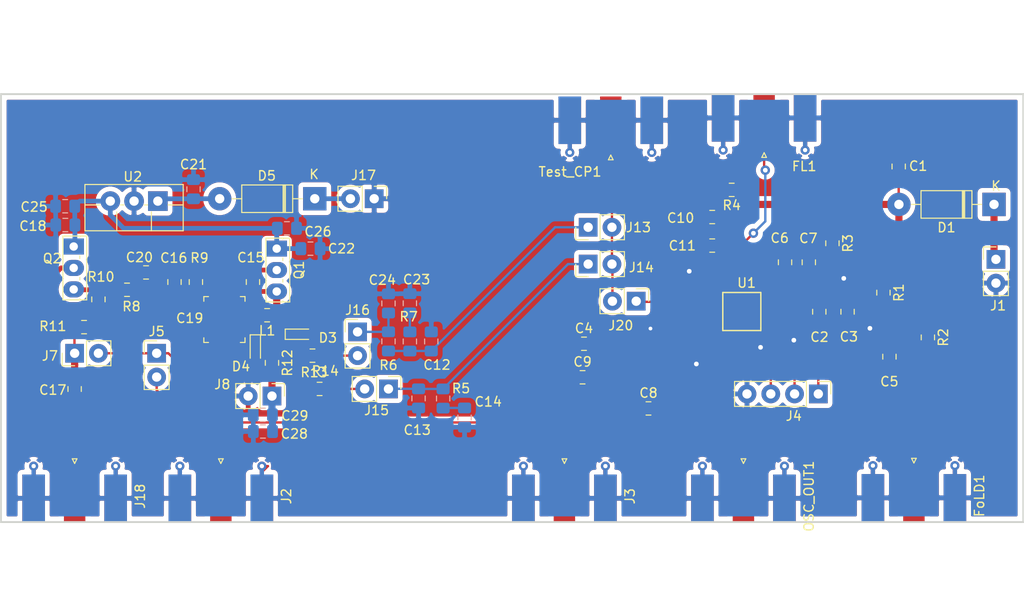
<source format=kicad_pcb>
(kicad_pcb (version 20171130) (host pcbnew "(5.1.5-0-10_14)")
  (layers (0 F.Cu signal) (31 B.Cu signal) (34 B.Paste user) (35 F.Paste user) (36 B.SilkS user) (37 F.SilkS user) (38 B.Mask user) (39 F.Mask user) (44 Edge.Cuts user))
  (net 0 "")
  (net 1 GND)
  (net 2 "Net-(C4-Pad1)")
  (net 3 "Net-(C8-Pad1)")
  (net 4 "Net-(C9-Pad2)")
  (net 5 PLL_Power)
  (net 6 "Net-(C12-Pad2)")
  (net 7 "Net-(C15-Pad1)")
  (net 8 "Net-(C15-Pad2)")
  (net 9 8V)
  (net 10 "Net-(C20-Pad2)")
  (net 11 "Net-(C21-Pad1)")
  (net 12 "Net-(D1-Pad1)")
  (net 13 "Net-(D3-Pad1)")
  (net 14 "Net-(D5-Pad1)")
  (net 15 "Net-(J2-Pad1)")
  (net 16 "Net-(J13-Pad2)")
  (net 17 V_uC)
  (net 18 Vp)
  (net 19 Vcc)
  (net 20 CE)
  (net 21 F_IN)
  (net 22 OSC_IN)
  (net 23 CPo)
  (net 24 LE)
  (net 25 Data)
  (net 26 FL)
  (net 27 FoLD)
  (net 28 OSC_OUT)
  (net 29 Clock)
  (net 30 "Net-(C13-Pad1)")
  (net 31 "Net-(C14-Pad1)")
  (net 32 "Net-(C17-Pad2)")
  (net 33 "Net-(C17-Pad1)")
  (net 34 "Net-(Q2-Pad3)")
  (net 35 "Net-(C23-Pad1)")
  (net 36 "Net-(C24-Pad1)")
  (net 37 "Net-(J15-Pad2)")
  (net 38 "Net-(J16-Pad2)")
  (net 39 "Net-(C28-Pad2)")
  (module Capacitor_SMD:C_0805_2012Metric_Pad1.15x1.40mm_HandSolder (layer B.Cu) (at 106.7308 112.2426)
    (fp_text reference C28 (at 3.3528 0.254) (layer F.SilkS))
    (fp_text value 100pF)
    (pad 2 smd roundrect (at 1.025 0) (size 1.15 1.4) (layers B.Cu B.Paste B.Mask) (roundrect_rratio 0.217391) (net 39 "Net-(C28-Pad2)"))
    (pad 1 smd roundrect (at -1.025 0) (size 1.15 1.4) (layers B.Cu B.Paste B.Mask) (roundrect_rratio 0.217391) (net 1 GND))
  )
  (module Capacitor_SMD:C_0805_2012Metric_Pad1.15x1.40mm_HandSolder (layer B.Cu) (at 106.7218 110.4646)
    (fp_text reference C29 (at 3.4126 0.1016) (layer F.SilkS))
    (fp_text value 100nF)
    (pad 1 smd roundrect (at -1.025 0) (size 1.15 1.4) (layers B.Cu B.Paste B.Mask) (roundrect_rratio 0.217391) (net 1 GND))
    (pad 2 smd roundrect (at 1.025 0) (size 1.15 1.4) (layers B.Cu B.Paste B.Mask) (roundrect_rratio 0.217391) (net 39 "Net-(C28-Pad2)"))
  )
  (module Capacitor_SMD:C_0805_2012Metric_Pad1.15x1.40mm_HandSolder (layer B.Cu) (at 109.2925 90.5383 180)
    (fp_text reference C26 (at -3.3184 -0.3556 180) (layer F.SilkS))
    (fp_text value 100pF)
    (pad 2 smd roundrect (at 1.025 0 180) (size 1.15 1.4) (layers B.Cu B.Paste B.Mask) (roundrect_rratio 0.217391) (net 9 8V))
    (pad 1 smd roundrect (at -1.025 0 180) (size 1.15 1.4) (layers B.Cu B.Paste B.Mask) (roundrect_rratio 0.217391) (net 1 GND))
  )
  (module Capacitor_SMD:C_0805_2012Metric_Pad1.15x1.40mm_HandSolder (layer B.Cu) (at 85.6017 88.1761)
    (fp_text reference C25 (at -3.3184 0.0762) (layer F.SilkS))
    (fp_text value 100pF)
    (pad 1 smd roundrect (at -1.025 0) (size 1.15 1.4) (layers B.Cu B.Paste B.Mask) (roundrect_rratio 0.217391) (net 1 GND))
    (pad 2 smd roundrect (at 1.025 0) (size 1.15 1.4) (layers B.Cu B.Paste B.Mask) (roundrect_rratio 0.217391) (net 9 8V))
  )
  (module Resistor_SMD:R_0805_2012Metric_Pad1.15x1.40mm_HandSolder (layer F.Cu) (at 112.023 104.14 180)
    (fp_text reference R14 (at -1.3626 -1.6383 180) (layer F.SilkS))
    (fp_text value 0)
    (pad 2 smd roundrect (at 1.025 0 180) (size 1.15 1.4) (layers F.Cu F.Paste F.Mask) (roundrect_rratio 0.217391) (net 13 "Net-(D3-Pad1)"))
    (pad 1 smd roundrect (at -1.025 0 180) (size 1.15 1.4) (layers F.Cu F.Paste F.Mask) (roundrect_rratio 0.217391) (net 38 "Net-(J16-Pad2)"))
  )
  (module Resistor_SMD:R_0805_2012Metric_Pad1.15x1.40mm_HandSolder (layer F.Cu) (at 112.785 107.696 180)
    (fp_text reference R13 (at 0.5879 1.7653) (layer F.SilkS))
    (fp_text value 0)
    (pad 1 smd roundrect (at -1.025 0 180) (size 1.15 1.4) (layers F.Cu F.Paste F.Mask) (roundrect_rratio 0.217391) (net 37 "Net-(J15-Pad2)"))
    (pad 2 smd roundrect (at 1.025 0 180) (size 1.15 1.4) (layers F.Cu F.Paste F.Mask) (roundrect_rratio 0.217391) (net 13 "Net-(D3-Pad1)"))
  )
  (module Resistor_SMD:R_0805_2012Metric_Pad1.15x1.40mm_HandSolder (layer F.Cu) (at 89.154 98.1292 270)
    (fp_text reference R10 (at -2.4093 -0.2667) (layer F.SilkS))
    (fp_text value 100k)
    (pad 1 smd roundrect (at -1.025 0 270) (size 1.15 1.4) (layers F.Cu F.Paste F.Mask) (roundrect_rratio 0.217391) (net 34 "Net-(Q2-Pad3)"))
    (pad 2 smd roundrect (at 1.025 0 270) (size 1.15 1.4) (layers F.Cu F.Paste F.Mask) (roundrect_rratio 0.217391) (net 1 GND))
  )
  (module Resistor_SMD:R_0805_2012Metric_Pad1.15x1.40mm_HandSolder (layer F.Cu) (at 107.696 104.911 270)
    (fp_text reference R12 (at 0 -1.65 270) (layer F.SilkS))
    (fp_text value 1k)
    (pad 1 smd roundrect (at -1.025 0 270) (size 1.15 1.4) (layers F.Cu F.Paste F.Mask) (roundrect_rratio 0.217391) (net 13 "Net-(D3-Pad1)"))
    (pad 2 smd roundrect (at 1.025 0 270) (size 1.15 1.4) (layers F.Cu F.Paste F.Mask) (roundrect_rratio 0.217391) (net 39 "Net-(C28-Pad2)"))
  )
  (module Capacitor_SMD:C_0805_2012Metric_Pad1.15x1.40mm_HandSolder (layer B.Cu) (at 120.142 98.561 90)
    (fp_text reference C24 (at 2.4982 -0.6604 180) (layer F.SilkS))
    (fp_text value 220nF)
    (pad 2 smd roundrect (at 1.025 0 90) (size 1.15 1.4) (layers B.Cu B.Paste B.Mask) (roundrect_rratio 0.217391) (net 1 GND))
    (pad 1 smd roundrect (at -1.025 0 90) (size 1.15 1.4) (layers B.Cu B.Paste B.Mask) (roundrect_rratio 0.217391) (net 36 "Net-(C24-Pad1)"))
  )
  (module Capacitor_SMD:C_0805_2012Metric_Pad1.15x1.40mm_HandSolder (layer B.Cu) (at 122.428 98.543 90)
    (fp_text reference C23 (at 2.531 0.7239 180) (layer F.SilkS))
    (fp_text value 80nF)
    (pad 1 smd roundrect (at -1.025 0 90) (size 1.15 1.4) (layers B.Cu B.Paste B.Mask) (roundrect_rratio 0.217391) (net 35 "Net-(C23-Pad1)"))
    (pad 2 smd roundrect (at 1.025 0 90) (size 1.15 1.4) (layers B.Cu B.Paste B.Mask) (roundrect_rratio 0.217391) (net 1 GND))
  )
  (module Capacitor_SMD:C_Trimmer_Murata_TZB4-B (layer F.Cu) (at 102.616 100.282 270)
    (fp_text reference C19 (at -0.1425 3.7084) (layer F.SilkS))
    (fp_text value "TZB4Z100BA10R00 ")
    (pad 1 smd rect (at -3 0 270) (size 2 1.6) (layers F.Cu F.Paste F.Mask) (net 8 "Net-(C15-Pad2)"))
    (pad 2 smd rect (at 3 0 270) (size 2 1.6) (layers F.Cu F.Paste F.Mask) (net 1 GND))
  )
  (module Resistor_SMD:R_0805_2012Metric_Pad1.15x1.40mm_HandSolder (layer B.Cu) (at 122.428 102.625 270)
    (fp_text reference R7 (at -2.6453 0.127 180) (layer F.SilkS))
    (fp_text value 62k)
    (pad 1 smd roundrect (at -1.025 0 270) (size 1.15 1.4) (layers B.Cu B.Paste B.Mask) (roundrect_rratio 0.217391) (net 35 "Net-(C23-Pad1)"))
    (pad 2 smd roundrect (at 1.025 0 270) (size 1.15 1.4) (layers B.Cu B.Paste B.Mask) (roundrect_rratio 0.217391) (net 6 "Net-(C12-Pad2)"))
  )
  (module Resistor_SMD:R_0805_2012Metric_Pad1.15x1.40mm_HandSolder (layer F.Cu) (at 92.211 97.1042)
    (fp_text reference R8 (at 0.4736 1.7907) (layer F.SilkS))
    (fp_text value "1 Ohm")
    (pad 2 smd roundrect (at 1.025 0) (size 1.15 1.4) (layers F.Cu F.Paste F.Mask) (roundrect_rratio 0.217391) (net 10 "Net-(C20-Pad2)"))
    (pad 1 smd roundrect (at -1.025 0) (size 1.15 1.4) (layers F.Cu F.Paste F.Mask) (roundrect_rratio 0.217391) (net 34 "Net-(Q2-Pad3)"))
  )
  (module Capacitor_SMD:C_0805_2012Metric_Pad1.15x1.40mm_HandSolder (layer F.Cu) (at 86.614 107.705 270)
    (fp_text reference C17 (at 0.1053 2.3368) (layer F.SilkS))
    (fp_text value 100nF)
    (pad 2 smd roundrect (at 1.025 0 270) (size 1.15 1.4) (layers F.Cu F.Paste F.Mask) (roundrect_rratio 0.217391) (net 32 "Net-(C17-Pad2)"))
    (pad 1 smd roundrect (at -1.025 0 270) (size 1.15 1.4) (layers F.Cu F.Paste F.Mask) (roundrect_rratio 0.217391) (net 33 "Net-(C17-Pad1)"))
  )
  (module Capacitor_SMD:C_0805_2012Metric_Pad1.15x1.40mm_HandSolder (layer B.Cu) (at 128.27 110.753 270)
    (fp_text reference C14 (at -1.6854 -2.5273) (layer F.SilkS))
    (fp_text value C)
    (pad 1 smd roundrect (at -1.025 0 270) (size 1.15 1.4) (layers B.Cu B.Paste B.Mask) (roundrect_rratio 0.217391) (net 31 "Net-(C14-Pad1)"))
    (pad 2 smd roundrect (at 1.025 0 270) (size 1.15 1.4) (layers B.Cu B.Paste B.Mask) (roundrect_rratio 0.217391) (net 1 GND))
  )
  (module Package_TO_SOT_THT:TO-251-3_Vertical (layer F.Cu) (at 86.5124 92.4814 270)
    (fp_text reference Q2 (at 1.2827 2.2987) (layer F.SilkS))
    (fp_text value "2N5486 JFET")
    (pad 3 thru_hole oval (at 4.58 0 270) (size 1.7175 2.2) (drill 0.9) (layers *.Cu *.Mask) (net 34 "Net-(Q2-Pad3)"))
    (pad 2 thru_hole oval (at 2.29 0 270) (size 1.7175 2.2) (drill 0.9) (layers *.Cu *.Mask) (net 33 "Net-(C17-Pad1)"))
    (pad 1 thru_hole rect (at 0 0 270) (size 1.7175 2.2) (drill 0.9) (layers *.Cu *.Mask) (net 9 8V))
  )
  (module Package_TO_SOT_THT:TO-251-3_Vertical (layer F.Cu) (at 108.204 92.706 270)
    (fp_text reference Q1 (at 2.29 -2.39 270) (layer F.SilkS))
    (fp_text value "2N5486 JFET")
    (pad 1 thru_hole rect (at 0 0 270) (size 1.7 2.2) (drill 0.9) (layers *.Cu *.Mask) (net 9 8V))
    (pad 2 thru_hole oval (at 2.29 0 270) (size 1.7 2.2) (drill 0.9) (layers *.Cu *.Mask) (net 7 "Net-(C15-Pad1)"))
    (pad 3 thru_hole oval (at 4.58 0 270) (size 1.7 2.2) (drill 0.9) (layers *.Cu *.Mask) (net 8 "Net-(C15-Pad2)"))
  )
  (module Connector_Coaxial:SMA_Molex_73251-1153_EdgeMount_Horizontal (layer F.Cu) (at 176.276 117.6092 90)
    (fp_text reference FoLD1 (at -1.5 7 90) (layer F.SilkS))
    (fp_text value Conn_Coaxial)
    (pad 2 smd rect (at 1.27 4.38 90) (size 0.95 0.46) (layers B.Cu) (net 1 GND))
    (pad 2 smd rect (at 1.27 -4.38 90) (size 0.95 0.46) (layers B.Cu) (net 1 GND))
    (pad 2 smd rect (at 1.27 4.38 90) (size 0.95 0.46) (layers F.Cu) (net 1 GND))
    (pad 2 smd rect (at 1.27 -4.38 90) (size 0.95 0.46) (layers F.Cu) (net 1 GND))
    (pad 2 thru_hole circle (at 1.72 4.38 90) (size 0.97 0.97) (drill 0.46) (layers *.Cu) (net 1 GND))
    (pad 2 thru_hole circle (at 1.72 -4.38 90) (size 0.97 0.97) (drill 0.46) (layers *.Cu) (net 1 GND))
    (pad 2 smd rect (at -1.72 4.38 90) (size 5.08 2.42) (layers B.Cu B.Paste B.Mask) (net 1 GND))
    (pad 2 smd rect (at -1.72 -4.38 90) (size 5.08 2.42) (layers B.Cu B.Paste B.Mask) (net 1 GND))
    (pad 2 smd rect (at -1.72 4.38 90) (size 5.08 2.42) (layers F.Cu F.Paste F.Mask) (net 1 GND))
    (pad 2 smd rect (at -1.72 -4.38 90) (size 5.08 2.42) (layers F.Cu F.Paste F.Mask) (net 1 GND))
    (pad 1 smd rect (at -1.72 0 90) (size 5.08 2.29) (layers F.Cu F.Paste F.Mask) (net 27 FoLD))
  )
  (module Connector_Coaxial:SMA_Molex_73251-1153_EdgeMount_Horizontal (layer F.Cu) (at 160.274 80.46 270)
    (fp_text reference FL1 (at 3.45652 -4.28244) (layer F.SilkS))
    (fp_text value Conn_Coaxial)
    (pad 1 smd rect (at -1.72 0 270) (size 5.08 2.29) (layers F.Cu F.Paste F.Mask) (net 26 FL))
    (pad 2 smd rect (at -1.72 -4.38 270) (size 5.08 2.42) (layers F.Cu F.Paste F.Mask) (net 1 GND))
    (pad 2 smd rect (at -1.72 4.38 270) (size 5.08 2.42) (layers F.Cu F.Paste F.Mask) (net 1 GND))
    (pad 2 smd rect (at -1.72 -4.38 270) (size 5.08 2.42) (layers B.Cu B.Paste B.Mask) (net 1 GND))
    (pad 2 smd rect (at -1.72 4.38 270) (size 5.08 2.42) (layers B.Cu B.Paste B.Mask) (net 1 GND))
    (pad 2 thru_hole circle (at 1.72 -4.38 270) (size 0.97 0.97) (drill 0.46) (layers *.Cu) (net 1 GND))
    (pad 2 thru_hole circle (at 1.72 4.38 270) (size 0.97 0.97) (drill 0.46) (layers *.Cu) (net 1 GND))
    (pad 2 smd rect (at 1.27 -4.38 270) (size 0.95 0.46) (layers F.Cu) (net 1 GND))
    (pad 2 smd rect (at 1.27 4.38 270) (size 0.95 0.46) (layers F.Cu) (net 1 GND))
    (pad 2 smd rect (at 1.27 -4.38 270) (size 0.95 0.46) (layers B.Cu) (net 1 GND))
    (pad 2 smd rect (at 1.27 4.38 270) (size 0.95 0.46) (layers B.Cu) (net 1 GND))
  )
  (module Connector_Coaxial:SMA_Molex_73251-1153_EdgeMount_Horizontal (layer F.Cu) (at 143.891 80.714 270)
    (fp_text reference Test_CP1 (at 3.78672 4.35356) (layer F.SilkS))
    (fp_text value Conn_Coaxial)
    (pad 2 smd rect (at 1.27 4.38 270) (size 0.95 0.46) (layers B.Cu) (net 1 GND))
    (pad 2 smd rect (at 1.27 -4.38 270) (size 0.95 0.46) (layers B.Cu) (net 1 GND))
    (pad 2 smd rect (at 1.27 4.38 270) (size 0.95 0.46) (layers F.Cu) (net 1 GND))
    (pad 2 smd rect (at 1.27 -4.38 270) (size 0.95 0.46) (layers F.Cu) (net 1 GND))
    (pad 2 thru_hole circle (at 1.72 4.38 270) (size 0.97 0.97) (drill 0.46) (layers *.Cu) (net 1 GND))
    (pad 2 thru_hole circle (at 1.72 -4.38 270) (size 0.97 0.97) (drill 0.46) (layers *.Cu) (net 1 GND))
    (pad 2 smd rect (at -1.72 4.38 270) (size 5.08 2.42) (layers B.Cu B.Paste B.Mask) (net 1 GND))
    (pad 2 smd rect (at -1.72 -4.38 270) (size 5.08 2.42) (layers B.Cu B.Paste B.Mask) (net 1 GND))
    (pad 2 smd rect (at -1.72 4.38 270) (size 5.08 2.42) (layers F.Cu F.Paste F.Mask) (net 1 GND))
    (pad 2 smd rect (at -1.72 -4.38 270) (size 5.08 2.42) (layers F.Cu F.Paste F.Mask) (net 1 GND))
    (pad 1 smd rect (at -1.72 0 270) (size 5.08 2.29) (layers F.Cu F.Paste F.Mask) (net 16 "Net-(J13-Pad2)"))
  )
  (module Connector_Coaxial:SMA_Molex_73251-1153_EdgeMount_Horizontal (layer F.Cu) (at 158.0642 117.66 90)
    (fp_text reference OSC_OUT1 (at -1.5 7 90) (layer F.SilkS))
    (fp_text value Conn_Coaxial)
    (pad 1 smd rect (at -1.72 0 90) (size 5.08 2.29) (layers F.Cu F.Paste F.Mask) (net 28 OSC_OUT))
    (pad 2 smd rect (at -1.72 -4.38 90) (size 5.08 2.42) (layers F.Cu F.Paste F.Mask) (net 1 GND))
    (pad 2 smd rect (at -1.72 4.38 90) (size 5.08 2.42) (layers F.Cu F.Paste F.Mask) (net 1 GND))
    (pad 2 smd rect (at -1.72 -4.38 90) (size 5.08 2.42) (layers B.Cu B.Paste B.Mask) (net 1 GND))
    (pad 2 smd rect (at -1.72 4.38 90) (size 5.08 2.42) (layers B.Cu B.Paste B.Mask) (net 1 GND))
    (pad 2 thru_hole circle (at 1.72 -4.38 90) (size 0.97 0.97) (drill 0.46) (layers *.Cu) (net 1 GND))
    (pad 2 thru_hole circle (at 1.72 4.38 90) (size 0.97 0.97) (drill 0.46) (layers *.Cu) (net 1 GND))
    (pad 2 smd rect (at 1.27 -4.38 90) (size 0.95 0.46) (layers F.Cu) (net 1 GND))
    (pad 2 smd rect (at 1.27 4.38 90) (size 0.95 0.46) (layers F.Cu) (net 1 GND))
    (pad 2 smd rect (at 1.27 -4.38 90) (size 0.95 0.46) (layers B.Cu) (net 1 GND))
    (pad 2 smd rect (at 1.27 4.38 90) (size 0.95 0.46) (layers B.Cu) (net 1 GND))
  )
  (module Capacitor_SMD:C_0805_2012Metric_Pad1.15x1.40mm_HandSolder (layer F.Cu) (at 174.6504 83.9306 270)
    (fp_text reference C1 (at -0.04456 -2.0828) (layer F.SilkS))
    (fp_text value C)
    (pad 1 smd roundrect (at -1.025 0 270) (size 1.15 1.4) (layers F.Cu F.Paste F.Mask) (roundrect_rratio 0.217391) (net 1 GND))
    (pad 2 smd roundrect (at 1.025 0 270) (size 1.15 1.4) (layers F.Cu F.Paste F.Mask) (roundrect_rratio 0.217391) (net 5 PLL_Power))
  )
  (module Capacitor_SMD:C_0805_2012Metric_Pad1.15x1.40mm_HandSolder (layer F.Cu) (at 166.1668 99.45 90)
    (fp_text reference C2 (at -2.7088 0.02032 180) (layer F.SilkS))
    (fp_text value 100nF)
    (pad 1 smd roundrect (at -1.025 0 90) (size 1.15 1.4) (layers F.Cu F.Paste F.Mask) (roundrect_rratio 0.217391) (net 1 GND))
    (pad 2 smd roundrect (at 1.025 0 90) (size 1.15 1.4) (layers F.Cu F.Paste F.Mask) (roundrect_rratio 0.217391) (net 17 V_uC))
  )
  (module Capacitor_SMD:C_0805_2012Metric_Pad1.15x1.40mm_HandSolder (layer F.Cu) (at 169.1894 99.45 90)
    (fp_text reference C3 (at -2.67324 0.14224 180) (layer F.SilkS))
    (fp_text value 100pF)
    (pad 2 smd roundrect (at 1.025 0 90) (size 1.15 1.4) (layers F.Cu F.Paste F.Mask) (roundrect_rratio 0.217391) (net 17 V_uC))
    (pad 1 smd roundrect (at -1.025 0 90) (size 1.15 1.4) (layers F.Cu F.Paste F.Mask) (roundrect_rratio 0.217391) (net 1 GND))
  )
  (module Capacitor_SMD:C_0805_2012Metric_Pad1.15x1.40mm_HandSolder (layer F.Cu) (at 141.0298 102.87)
    (fp_text reference C4 (at 0 -1.65) (layer F.SilkS))
    (fp_text value 1000pF)
    (pad 2 smd roundrect (at 1.025 0) (size 1.15 1.4) (layers F.Cu F.Paste F.Mask) (roundrect_rratio 0.217391) (net 21 F_IN))
    (pad 1 smd roundrect (at -1.025 0) (size 1.15 1.4) (layers F.Cu F.Paste F.Mask) (roundrect_rratio 0.217391) (net 2 "Net-(C4-Pad1)"))
  )
  (module Capacitor_SMD:C_0805_2012Metric_Pad1.15x1.40mm_HandSolder (layer F.Cu) (at 173.6598 104.2506 90)
    (fp_text reference C5 (at -2.66308 -0.00508 180) (layer F.SilkS))
    (fp_text value 100nF)
    (pad 2 smd roundrect (at 1.025 0 90) (size 1.15 1.4) (layers F.Cu F.Paste F.Mask) (roundrect_rratio 0.217391) (net 20 CE))
    (pad 1 smd roundrect (at -1.025 0 90) (size 1.15 1.4) (layers F.Cu F.Paste F.Mask) (roundrect_rratio 0.217391) (net 1 GND))
  )
  (module Capacitor_SMD:C_0805_2012Metric_Pad1.15x1.40mm_HandSolder (layer F.Cu) (at 162.5092 94.1668 90)
    (fp_text reference C6 (at 2.5871 -0.5715 180) (layer F.SilkS))
    (fp_text value 100nF)
    (pad 1 smd roundrect (at -1.025 0 90) (size 1.15 1.4) (layers F.Cu F.Paste F.Mask) (roundrect_rratio 0.217391) (net 1 GND))
    (pad 2 smd roundrect (at 1.025 0 90) (size 1.15 1.4) (layers F.Cu F.Paste F.Mask) (roundrect_rratio 0.217391) (net 19 Vcc))
  )
  (module Capacitor_SMD:C_0805_2012Metric_Pad1.15x1.40mm_HandSolder (layer F.Cu) (at 165.0492 94.1668 90)
    (fp_text reference C7 (at 2.5617 -0.0508 180) (layer F.SilkS))
    (fp_text value 100pF)
    (pad 1 smd roundrect (at -1.025 0 90) (size 1.15 1.4) (layers F.Cu F.Paste F.Mask) (roundrect_rratio 0.217391) (net 1 GND))
    (pad 2 smd roundrect (at 1.025 0 90) (size 1.15 1.4) (layers F.Cu F.Paste F.Mask) (roundrect_rratio 0.217391) (net 19 Vcc))
  )
  (module Capacitor_SMD:C_0805_2012Metric_Pad1.15x1.40mm_HandSolder (layer F.Cu) (at 147.9206 109.7788)
    (fp_text reference C8 (at 0 -1.65) (layer F.SilkS))
    (fp_text value 1000pF)
    (pad 2 smd roundrect (at 1.025 0) (size 1.15 1.4) (layers F.Cu F.Paste F.Mask) (roundrect_rratio 0.217391) (net 22 OSC_IN))
    (pad 1 smd roundrect (at -1.025 0) (size 1.15 1.4) (layers F.Cu F.Paste F.Mask) (roundrect_rratio 0.217391) (net 3 "Net-(C8-Pad1)"))
  )
  (module Capacitor_SMD:C_0805_2012Metric_Pad1.15x1.40mm_HandSolder (layer F.Cu) (at 140.8774 106.4514)
    (fp_text reference C9 (at 0 -1.65) (layer F.SilkS))
    (fp_text value 100nF)
    (pad 2 smd roundrect (at 1.025 0) (size 1.15 1.4) (layers F.Cu F.Paste F.Mask) (roundrect_rratio 0.217391) (net 4 "Net-(C9-Pad2)"))
    (pad 1 smd roundrect (at -1.025 0) (size 1.15 1.4) (layers F.Cu F.Paste F.Mask) (roundrect_rratio 0.217391) (net 1 GND))
  )
  (module Capacitor_SMD:C_0805_2012Metric_Pad1.15x1.40mm_HandSolder (layer F.Cu) (at 154.7278 89.3318)
    (fp_text reference C10 (at -3.3692 0.1016) (layer F.SilkS))
    (fp_text value 100nF)
    (pad 2 smd roundrect (at 1.025 0) (size 1.15 1.4) (layers F.Cu F.Paste F.Mask) (roundrect_rratio 0.217391) (net 18 Vp))
    (pad 1 smd roundrect (at -1.025 0) (size 1.15 1.4) (layers F.Cu F.Paste F.Mask) (roundrect_rratio 0.217391) (net 1 GND))
  )
  (module Capacitor_SMD:C_0805_2012Metric_Pad1.15x1.40mm_HandSolder (layer F.Cu) (at 154.7278 92.3798)
    (fp_text reference C11 (at -3.1914 0.0127) (layer F.SilkS))
    (fp_text value 100pF)
    (pad 1 smd roundrect (at -1.025 0) (size 1.15 1.4) (layers F.Cu F.Paste F.Mask) (roundrect_rratio 0.217391) (net 1 GND))
    (pad 2 smd roundrect (at 1.025 0) (size 1.15 1.4) (layers F.Cu F.Paste F.Mask) (roundrect_rratio 0.217391) (net 18 Vp))
  )
  (module Capacitor_SMD:C_0805_2012Metric_Pad1.15x1.40mm_HandSolder (layer B.Cu) (at 124.714 102.625 270)
    (fp_text reference C12 (at 2.5056 -0.6096) (layer F.SilkS))
    (fp_text value 12nF)
    (pad 2 smd roundrect (at 1.025 0 270) (size 1.15 1.4) (layers B.Cu B.Paste B.Mask) (roundrect_rratio 0.217391) (net 6 "Net-(C12-Pad2)"))
    (pad 1 smd roundrect (at -1.025 0 270) (size 1.15 1.4) (layers B.Cu B.Paste B.Mask) (roundrect_rratio 0.217391) (net 1 GND))
  )
  (module Capacitor_SMD:C_0805_2012Metric_Pad1.15x1.40mm_HandSolder (layer B.Cu) (at 123.3551 108.7083 270)
    (fp_text reference C13 (at 3.3819 0.1397) (layer F.SilkS))
    (fp_text value C)
    (pad 2 smd roundrect (at 1.025 0 270) (size 1.15 1.4) (layers B.Cu B.Paste B.Mask) (roundrect_rratio 0.217391) (net 1 GND))
    (pad 1 smd roundrect (at -1.025 0 270) (size 1.15 1.4) (layers B.Cu B.Paste B.Mask) (roundrect_rratio 0.217391) (net 30 "Net-(C13-Pad1)"))
  )
  (module Capacitor_SMD:C_0805_2012Metric_Pad1.15x1.40mm_HandSolder (layer F.Cu) (at 105.664 96.275 270)
    (fp_text reference C15 (at -2.6125 0.2286) (layer F.SilkS))
    (fp_text value 47pF)
    (pad 1 smd roundrect (at -1.025 0 270) (size 1.15 1.4) (layers F.Cu F.Paste F.Mask) (roundrect_rratio 0.217391) (net 7 "Net-(C15-Pad1)"))
    (pad 2 smd roundrect (at 1.025 0 270) (size 1.15 1.4) (layers F.Cu F.Paste F.Mask) (roundrect_rratio 0.217391) (net 8 "Net-(C15-Pad2)"))
  )
  (module Capacitor_SMD:C_0805_2012Metric_Pad1.15x1.40mm_HandSolder (layer F.Cu) (at 97.282 96.275 90)
    (fp_text reference C16 (at 2.5744 -0.0762 180) (layer F.SilkS))
    (fp_text value 100pF)
    (pad 2 smd roundrect (at 1.025 0 90) (size 1.15 1.4) (layers F.Cu F.Paste F.Mask) (roundrect_rratio 0.217391) (net 7 "Net-(C15-Pad1)"))
    (pad 1 smd roundrect (at -1.025 0 90) (size 1.15 1.4) (layers F.Cu F.Paste F.Mask) (roundrect_rratio 0.217391) (net 1 GND))
  )
  (module Capacitor_SMD:C_0805_2012Metric_Pad1.15x1.40mm_HandSolder (layer B.Cu) (at 85.6197 90.1827)
    (fp_text reference C18 (at -3.4634 0.1143) (layer F.SilkS))
    (fp_text value 100nF)
    (pad 1 smd roundrect (at -1.025 0) (size 1.15 1.4) (layers B.Cu B.Paste B.Mask) (roundrect_rratio 0.217391) (net 1 GND))
    (pad 2 smd roundrect (at 1.025 0) (size 1.15 1.4) (layers B.Cu B.Paste B.Mask) (roundrect_rratio 0.217391) (net 9 8V))
  )
  (module Capacitor_SMD:C_0805_2012Metric_Pad1.15x1.40mm_HandSolder (layer F.Cu) (at 94.243 95.25 180)
    (fp_text reference C20 (at 0.7075 1.6129 180) (layer F.SilkS))
    (fp_text value 10pF)
    (pad 1 smd roundrect (at -1.025 0 180) (size 1.15 1.4) (layers F.Cu F.Paste F.Mask) (roundrect_rratio 0.217391) (net 7 "Net-(C15-Pad1)"))
    (pad 2 smd roundrect (at 1.025 0 180) (size 1.15 1.4) (layers F.Cu F.Paste F.Mask) (roundrect_rratio 0.217391) (net 10 "Net-(C20-Pad2)"))
  )
  (module Capacitor_SMD:C_0805_2012Metric_Pad1.15x1.40mm_HandSolder (layer B.Cu) (at 99.314 86.36 90)
    (fp_text reference C21 (at 2.6416 0) (layer F.SilkS))
    (fp_text value 100nF)
    (pad 1 smd roundrect (at -1.025 0 90) (size 1.15 1.4) (layers B.Cu B.Paste B.Mask) (roundrect_rratio 0.217391) (net 11 "Net-(C21-Pad1)"))
    (pad 2 smd roundrect (at 1.025 0 90) (size 1.15 1.4) (layers B.Cu B.Paste B.Mask) (roundrect_rratio 0.217391) (net 1 GND))
  )
  (module Capacitor_SMD:C_0805_2012Metric_Pad1.15x1.40mm_HandSolder (layer B.Cu) (at 111.8071 92.71 180)
    (fp_text reference C22 (at -3.3184 0 180) (layer F.SilkS))
    (fp_text value 100nF)
    (pad 1 smd roundrect (at -1.025 0 180) (size 1.15 1.4) (layers B.Cu B.Paste B.Mask) (roundrect_rratio 0.217391) (net 1 GND))
    (pad 2 smd roundrect (at 1.025 0 180) (size 1.15 1.4) (layers B.Cu B.Paste B.Mask) (roundrect_rratio 0.217391) (net 9 8V))
  )
  (module Diode_THT:D_DO-41_SOD81_P10.16mm_Horizontal (layer F.Cu) (at 184.8358 87.9856 180)
    (fp_text reference D1 (at 5.08 -2.47 180) (layer F.SilkS))
    (fp_text value DIODE)
    (fp_text user K (at -0.21336 1.9812 180) (layer F.SilkS))
    (pad 1 thru_hole rect (at 0 0 180) (size 2.5 2.5) (drill 1) (layers *.Cu *.Mask) (net 12 "Net-(D1-Pad1)"))
    (pad 2 thru_hole oval (at 10.16 0 180) (size 2.5 2.5) (drill 1) (layers *.Cu *.Mask) (net 5 PLL_Power))
  )
  (module Diode_SMD:D_SC-80_HandSoldering (layer F.Cu) (at 110.914 101.854)
    (fp_text reference D3 (at 2.751 0.381) (layer F.SilkS))
    (fp_text value ???)
    (pad 1 smd rect (at -1.1 0) (size 1.1 0.6) (layers F.Cu F.Paste F.Mask) (net 13 "Net-(D3-Pad1)"))
    (pad 2 smd rect (at 1.1 0) (size 1.1 0.6) (layers F.Cu F.Paste F.Mask) (net 8 "Net-(C15-Pad2)"))
  )
  (module Diode_SMD:D_SC-80_HandSoldering (layer F.Cu) (at 105.918 103.716 270)
    (fp_text reference D4 (at 1.5797 1.5367) (layer F.SilkS))
    (fp_text value ???)
    (pad 2 smd rect (at 1.1 0 270) (size 1.1 0.6) (layers F.Cu F.Paste F.Mask) (net 1 GND))
    (pad 1 smd rect (at -1.1 0 270) (size 1.1 0.6) (layers F.Cu F.Paste F.Mask) (net 13 "Net-(D3-Pad1)"))
  )
  (module Diode_THT:D_DO-41_SOD81_P10.16mm_Horizontal (layer F.Cu) (at 112.268 87.376 180)
    (fp_text reference D5 (at 5.1308 2.4511 180) (layer F.SilkS))
    (fp_text value DIODE)
    (fp_text user K (at 0.0762 2.6035 180) (layer F.SilkS))
    (pad 2 thru_hole oval (at 10.16 0 180) (size 2.5 2.5) (drill 1) (layers *.Cu *.Mask) (net 11 "Net-(C21-Pad1)"))
    (pad 1 thru_hole rect (at 0 0 180) (size 2.5 2.5) (drill 1) (layers *.Cu *.Mask) (net 14 "Net-(D5-Pad1)"))
  )
  (module Connector_PinHeader_2.54mm:PinHeader_1x02_P2.54mm_Vertical (layer F.Cu) (at 185.039 93.853)
    (fp_text reference J1 (at 0.2286 4.94792) (layer F.SilkS))
    (fp_text value Conn_01x02_Male)
    (pad 2 thru_hole oval (at 0 2.54) (size 2 2) (drill 1) (layers *.Cu *.Mask) (net 1 GND))
    (pad 1 thru_hole rect (at 0 0) (size 2 2) (drill 1) (layers *.Cu *.Mask) (net 12 "Net-(D1-Pad1)"))
  )
  (module Connector_Coaxial:SMA_Molex_73251-1153_EdgeMount_Horizontal (layer F.Cu) (at 102.235 117.66 90)
    (fp_text reference J2 (at -1.5 7 90) (layer F.SilkS))
    (fp_text value Conn_Coaxial)
    (pad 2 smd rect (at 1.27 4.38 90) (size 0.95 0.46) (layers B.Cu) (net 1 GND))
    (pad 2 smd rect (at 1.27 -4.38 90) (size 0.95 0.46) (layers B.Cu) (net 1 GND))
    (pad 2 smd rect (at 1.27 4.38 90) (size 0.95 0.46) (layers F.Cu) (net 1 GND))
    (pad 2 smd rect (at 1.27 -4.38 90) (size 0.95 0.46) (layers F.Cu) (net 1 GND))
    (pad 2 thru_hole circle (at 1.72 4.38 90) (size 0.97 0.97) (drill 0.46) (layers *.Cu) (net 1 GND))
    (pad 2 thru_hole circle (at 1.72 -4.38 90) (size 0.97 0.97) (drill 0.46) (layers *.Cu) (net 1 GND))
    (pad 2 smd rect (at -1.72 4.38 90) (size 5.08 2.42) (layers B.Cu B.Paste B.Mask) (net 1 GND))
    (pad 2 smd rect (at -1.72 -4.38 90) (size 5.08 2.42) (layers B.Cu B.Paste B.Mask) (net 1 GND))
    (pad 2 smd rect (at -1.72 4.38 90) (size 5.08 2.42) (layers F.Cu F.Paste F.Mask) (net 1 GND))
    (pad 2 smd rect (at -1.72 -4.38 90) (size 5.08 2.42) (layers F.Cu F.Paste F.Mask) (net 1 GND))
    (pad 1 smd rect (at -1.72 0 90) (size 5.08 2.29) (layers F.Cu F.Paste F.Mask) (net 15 "Net-(J2-Pad1)"))
  )
  (module Connector_Coaxial:SMA_Molex_73251-1153_EdgeMount_Horizontal (layer F.Cu) (at 138.938 117.66 90)
    (fp_text reference J3 (at -1.5 7 90) (layer F.SilkS))
    (fp_text value Conn_Coaxial)
    (pad 1 smd rect (at -1.72 0 90) (size 5.08 2.29) (layers F.Cu F.Paste F.Mask) (net 3 "Net-(C8-Pad1)"))
    (pad 2 smd rect (at -1.72 -4.38 90) (size 5.08 2.42) (layers F.Cu F.Paste F.Mask) (net 1 GND))
    (pad 2 smd rect (at -1.72 4.38 90) (size 5.08 2.42) (layers F.Cu F.Paste F.Mask) (net 1 GND))
    (pad 2 smd rect (at -1.72 -4.38 90) (size 5.08 2.42) (layers B.Cu B.Paste B.Mask) (net 1 GND))
    (pad 2 smd rect (at -1.72 4.38 90) (size 5.08 2.42) (layers B.Cu B.Paste B.Mask) (net 1 GND))
    (pad 2 thru_hole circle (at 1.72 -4.38 90) (size 0.97 0.97) (drill 0.46) (layers *.Cu) (net 1 GND))
    (pad 2 thru_hole circle (at 1.72 4.38 90) (size 0.97 0.97) (drill 0.46) (layers *.Cu) (net 1 GND))
    (pad 2 smd rect (at 1.27 -4.38 90) (size 0.95 0.46) (layers F.Cu) (net 1 GND))
    (pad 2 smd rect (at 1.27 4.38 90) (size 0.95 0.46) (layers F.Cu) (net 1 GND))
    (pad 2 smd rect (at 1.27 -4.38 90) (size 0.95 0.46) (layers B.Cu) (net 1 GND))
    (pad 2 smd rect (at 1.27 4.38 90) (size 0.95 0.46) (layers B.Cu) (net 1 GND))
  )
  (module Connector_PinHeader_2.54mm:PinHeader_1x04_P2.54mm_Vertical (layer F.Cu) (at 166.0652 108.2294 270)
    (fp_text reference J4 (at 2.3622 2.62128) (layer F.SilkS))
    (fp_text value Conn_01x04_Male)
    (pad 1 thru_hole rect (at 0 0 270) (size 2 2) (drill 1) (layers *.Cu *.Mask) (net 24 LE))
    (pad 2 thru_hole oval (at 0 2.54 270) (size 2 2) (drill 1) (layers *.Cu *.Mask) (net 25 Data))
    (pad 3 thru_hole oval (at 0 5.08 270) (size 2 2) (drill 1) (layers *.Cu *.Mask) (net 29 Clock))
    (pad 4 thru_hole oval (at 0 7.62 270) (size 2 2) (drill 1) (layers *.Cu *.Mask) (net 1 GND))
  )
  (module Connector_PinHeader_2.54mm:PinHeader_1x02_P2.54mm_Vertical (layer F.Cu) (at 95.377 103.886)
    (fp_text reference J5 (at 0 -2.33) (layer F.SilkS))
    (fp_text value Conn_01x02_Male)
    (pad 1 thru_hole rect (at 0 0) (size 2 2) (drill 1) (layers *.Cu *.Mask) (net 2 "Net-(C4-Pad1)"))
    (pad 2 thru_hole oval (at 0 2.54) (size 2 2) (drill 1) (layers *.Cu *.Mask) (net 15 "Net-(J2-Pad1)"))
  )
  (module Connector_PinHeader_2.54mm:PinHeader_1x02_P2.54mm_Vertical (layer F.Cu) (at 86.614 103.886 90)
    (fp_text reference J7 (at -0.2794 -2.6416 180) (layer F.SilkS))
    (fp_text value Conn_01x02_Male)
    (pad 2 thru_hole oval (at 0 2.54 90) (size 2 2) (drill 1) (layers *.Cu *.Mask) (net 2 "Net-(C4-Pad1)"))
    (pad 1 thru_hole rect (at 0 0 90) (size 2 2) (drill 1) (layers *.Cu *.Mask) (net 33 "Net-(C17-Pad1)"))
  )
  (module Connector_PinHeader_2.54mm:PinHeader_1x02_P2.54mm_Vertical (layer F.Cu) (at 107.696 108.458 270)
    (fp_text reference J8 (at -1.2446 5.3086) (layer F.SilkS))
    (fp_text value Conn_01x02_Male)
    (pad 1 thru_hole rect (at 0 0 270) (size 2 2) (drill 1) (layers *.Cu *.Mask) (net 39 "Net-(C28-Pad2)"))
    (pad 2 thru_hole oval (at 0 2.54 270) (size 2 2) (drill 1) (layers *.Cu *.Mask) (net 1 GND))
  )
  (module Connector_PinHeader_2.54mm:PinHeader_1x02_P2.54mm_Vertical (layer F.Cu) (at 141.478 90.424 90)
    (fp_text reference J13 (at -0.02032 5.37464 180) (layer F.SilkS))
    (fp_text value Conn_01x02_Male)
    (pad 2 thru_hole oval (at 0 2.54 90) (size 2 2) (drill 1) (layers *.Cu *.Mask) (net 16 "Net-(J13-Pad2)"))
    (pad 1 thru_hole rect (at 0 0 90) (size 2 2) (drill 1) (layers *.Cu *.Mask) (net 6 "Net-(C12-Pad2)"))
  )
  (module Connector_PinHeader_2.54mm:PinHeader_1x02_P2.54mm_Vertical (layer F.Cu) (at 141.478 94.361 90)
    (fp_text reference J14 (at -0.3556 5.68452 180) (layer F.SilkS))
    (fp_text value Conn_01x02_Male)
    (pad 1 thru_hole rect (at 0 0 90) (size 2 2) (drill 1) (layers *.Cu *.Mask) (net 30 "Net-(C13-Pad1)"))
    (pad 2 thru_hole oval (at 0 2.54 90) (size 2 2) (drill 1) (layers *.Cu *.Mask) (net 16 "Net-(J13-Pad2)"))
  )
  (module Connector_PinHeader_2.54mm:PinHeader_1x02_P2.54mm_Vertical (layer F.Cu) (at 120.142 107.696 270)
    (fp_text reference J15 (at 2.286 1.27) (layer F.SilkS))
    (fp_text value Conn_01x02_Male)
    (pad 2 thru_hole oval (at 0 2.54 270) (size 2 2) (drill 1) (layers *.Cu *.Mask) (net 37 "Net-(J15-Pad2)"))
    (pad 1 thru_hole rect (at 0 0 270) (size 2 2) (drill 1) (layers *.Cu *.Mask) (net 30 "Net-(C13-Pad1)"))
  )
  (module Connector_PinHeader_2.54mm:PinHeader_1x02_P2.54mm_Vertical (layer F.Cu) (at 116.84 101.6)
    (fp_text reference J16 (at 0 -2.33) (layer F.SilkS))
    (fp_text value Conn_01x02_Male)
    (pad 1 thru_hole rect (at 0 0) (size 2 2) (drill 1) (layers *.Cu *.Mask) (net 36 "Net-(C24-Pad1)"))
    (pad 2 thru_hole oval (at 0 2.54) (size 2 2) (drill 1) (layers *.Cu *.Mask) (net 38 "Net-(J16-Pad2)"))
  )
  (module Connector_PinHeader_2.54mm:PinHeader_1x02_P2.54mm_Vertical (layer F.Cu) (at 118.618 87.376 270)
    (fp_text reference J17 (at -2.5019 1.143) (layer F.SilkS))
    (fp_text value Conn_01x02_Male)
    (pad 1 thru_hole rect (at 0 0 270) (size 2 2) (drill 1) (layers *.Cu *.Mask) (net 1 GND))
    (pad 2 thru_hole oval (at 0 2.54 270) (size 2 2) (drill 1) (layers *.Cu *.Mask) (net 14 "Net-(D5-Pad1)"))
  )
  (module Connector_Coaxial:SMA_Molex_73251-1153_EdgeMount_Horizontal (layer F.Cu) (at 86.614 117.66 90)
    (fp_text reference J18 (at -1.5 7 90) (layer F.SilkS))
    (fp_text value Conn_Coaxial)
    (pad 1 smd rect (at -1.72 0 90) (size 5.08 2.29) (layers F.Cu F.Paste F.Mask) (net 32 "Net-(C17-Pad2)"))
    (pad 2 smd rect (at -1.72 -4.38 90) (size 5.08 2.42) (layers F.Cu F.Paste F.Mask) (net 1 GND))
    (pad 2 smd rect (at -1.72 4.38 90) (size 5.08 2.42) (layers F.Cu F.Paste F.Mask) (net 1 GND))
    (pad 2 smd rect (at -1.72 -4.38 90) (size 5.08 2.42) (layers B.Cu B.Paste B.Mask) (net 1 GND))
    (pad 2 smd rect (at -1.72 4.38 90) (size 5.08 2.42) (layers B.Cu B.Paste B.Mask) (net 1 GND))
    (pad 2 thru_hole circle (at 1.72 -4.38 90) (size 0.97 0.97) (drill 0.46) (layers *.Cu) (net 1 GND))
    (pad 2 thru_hole circle (at 1.72 4.38 90) (size 0.97 0.97) (drill 0.46) (layers *.Cu) (net 1 GND))
    (pad 2 smd rect (at 1.27 -4.38 90) (size 0.95 0.46) (layers F.Cu) (net 1 GND))
    (pad 2 smd rect (at 1.27 4.38 90) (size 0.95 0.46) (layers F.Cu) (net 1 GND))
    (pad 2 smd rect (at 1.27 -4.38 90) (size 0.95 0.46) (layers B.Cu) (net 1 GND))
    (pad 2 smd rect (at 1.27 4.38 90) (size 0.95 0.46) (layers B.Cu) (net 1 GND))
  )
  (module Connector_PinHeader_2.54mm:PinHeader_1x02_P2.54mm_Vertical (layer F.Cu) (at 146.6088 98.3234 270)
    (fp_text reference J20 (at 2.60096 1.64592) (layer F.SilkS))
    (fp_text value Conn_01x02_Male)
    (pad 2 thru_hole oval (at 0 2.54 270) (size 2 2) (drill 1) (layers *.Cu *.Mask) (net 16 "Net-(J13-Pad2)"))
    (pad 1 thru_hole rect (at 0 0 270) (size 2 2) (drill 1) (layers *.Cu *.Mask) (net 23 CPo))
  )
  (module Inductor_SMD:L_0805_2012Metric_Pad1.15x1.40mm_HandSolder (layer F.Cu) (at 107.179 99.822 180)
    (fp_text reference L1 (at 0 -1.65 180) (layer F.SilkS))
    (fp_text value 680nH)
    (pad 2 smd roundrect (at 1.025 0 180) (size 1.15 1.4) (layers F.Cu F.Paste F.Mask) (roundrect_rratio 0.217391) (net 1 GND))
    (pad 1 smd roundrect (at -1.025 0 180) (size 1.15 1.4) (layers F.Cu F.Paste F.Mask) (roundrect_rratio 0.217391) (net 8 "Net-(C15-Pad2)"))
  )
  (module Resistor_SMD:R_0805_2012Metric_Pad1.15x1.40mm_HandSolder (layer B.Cu) (at 125.984 108.721 90)
    (fp_text reference R5 (at 1.0758 1.905 180) (layer F.SilkS))
    (fp_text value R)
    (pad 2 smd roundrect (at 1.025 0 90) (size 1.15 1.4) (layers B.Cu B.Paste B.Mask) (roundrect_rratio 0.217391) (net 30 "Net-(C13-Pad1)"))
    (pad 1 smd roundrect (at -1.025 0 90) (size 1.15 1.4) (layers B.Cu B.Paste B.Mask) (roundrect_rratio 0.217391) (net 31 "Net-(C14-Pad1)"))
  )
  (module Resistor_SMD:R_0805_2012Metric_Pad1.15x1.40mm_HandSolder (layer B.Cu) (at 120.142 102.616 270)
    (fp_text reference R6 (at 2.54 0) (layer F.SilkS))
    (fp_text value 1k)
    (pad 2 smd roundrect (at 1.025 0 270) (size 1.15 1.4) (layers B.Cu B.Paste B.Mask) (roundrect_rratio 0.217391) (net 6 "Net-(C12-Pad2)"))
    (pad 1 smd roundrect (at -1.025 0 270) (size 1.15 1.4) (layers B.Cu B.Paste B.Mask) (roundrect_rratio 0.217391) (net 36 "Net-(C24-Pad1)"))
  )
  (module Resistor_SMD:R_0805_2012Metric_Pad1.15x1.40mm_HandSolder (layer F.Cu) (at 99.568 96.275 270)
    (fp_text reference R9 (at -2.5744 -0.381) (layer F.SilkS))
    (fp_text value 1k)
    (pad 1 smd roundrect (at -1.025 0 270) (size 1.15 1.4) (layers F.Cu F.Paste F.Mask) (roundrect_rratio 0.217391) (net 7 "Net-(C15-Pad1)"))
    (pad 2 smd roundrect (at 1.025 0 270) (size 1.15 1.4) (layers F.Cu F.Paste F.Mask) (roundrect_rratio 0.217391) (net 1 GND))
  )
  (module Resistor_SMD:R_0805_2012Metric_Pad1.15x1.40mm_HandSolder (layer F.Cu) (at 87.621 101.092 180)
    (fp_text reference R11 (at 3.3364 0.0889) (layer F.SilkS))
    (fp_text value 1k)
    (pad 2 smd roundrect (at 1.025 0 180) (size 1.15 1.4) (layers F.Cu F.Paste F.Mask) (roundrect_rratio 0.217391) (net 33 "Net-(C17-Pad1)"))
    (pad 1 smd roundrect (at -1.025 0 180) (size 1.15 1.4) (layers F.Cu F.Paste F.Mask) (roundrect_rratio 0.217391) (net 1 GND))
  )
  (module Package_TO_SOT_THT:TO-220F-3_Vertical (layer F.Cu) (at 95.504 87.63 180)
    (fp_text reference U2 (at 2.6797 2.6035 180) (layer F.SilkS))
    (fp_text value L7808)
    (pad 1 thru_hole rect (at 0 0 180) (size 2.1 2.1) (drill 1) (layers *.Cu *.Mask) (net 11 "Net-(C21-Pad1)"))
    (pad 2 thru_hole oval (at 2.54 0 180) (size 2.1 2.1) (drill 1) (layers *.Cu *.Mask) (net 1 GND))
    (pad 3 thru_hole oval (at 5.08 0 180) (size 2.1 2.1) (drill 1) (layers *.Cu *.Mask) (net 9 8V))
  )
  (module LT:LMX231X (layer F.Cu) (at 158.4 95.87)
    (fp_text reference U1 (at 0 0.5) (layer F.SilkS))
    (fp_text value LMX231X)
    (pad 1 smd rect (at -2 2) (size 0.45 0.3) (layers F.Cu F.Paste F.Mask) (net 1 GND))
    (pad 2 smd rect (at -2 2.5) (size 0.45 0.3) (layers F.Cu F.Paste F.Mask) (net 23 CPo))
    (pad 3 smd rect (at -2 3) (size 0.45 0.3) (layers F.Cu F.Paste F.Mask) (net 1 GND))
    (pad 4 smd rect (at -2 3.5) (size 0.45 0.3) (layers F.Cu F.Paste F.Mask) (net 21 F_IN))
    (pad 5 smd rect (at -2 4) (size 0.45 0.3) (layers F.Cu F.Paste F.Mask) (net 4 "Net-(C9-Pad2)"))
    (pad 6 smd rect (at -2 4.5) (size 0.45 0.3) (layers F.Cu F.Paste F.Mask) (net 22 OSC_IN))
    (pad 7 smd rect (at -2 5) (size 0.45 0.3) (layers F.Cu F.Paste F.Mask) (net 1 GND))
    (pad 17 smd rect (at 0.95 2) (size 0.45 0.3) (layers F.Cu F.Paste F.Mask) (net 1 GND))
    (pad 16 smd rect (at 0.95 2.5) (size 0.45 0.3) (layers F.Cu F.Paste F.Mask) (net 17 V_uC))
    (pad 15 smd rect (at 0.95 3) (size 0.45 0.3) (layers F.Cu F.Paste F.Mask) (net 20 CE))
    (pad 14 smd rect (at 0.95 3.5) (size 0.45 0.3) (layers F.Cu F.Paste F.Mask) (net 1 GND))
    (pad 13 smd rect (at 0.95 4) (size 0.45 0.3) (layers F.Cu F.Paste F.Mask) (net 24 LE))
    (pad 12 smd rect (at 0.95 4.5) (size 0.45 0.3) (layers F.Cu F.Paste F.Mask) (net 25 Data))
    (pad 11 smd rect (at 0.95 5) (size 0.45 0.3) (layers F.Cu F.Paste F.Mask) (net 1 GND))
    (pad 19 smd rect (at -0.525 2.025 90) (size 0.45 0.3) (layers F.Cu F.Paste F.Mask) (net 26 FL))
    (pad 9 smd rect (at -0.525 4.975 90) (size 0.45 0.3) (layers F.Cu F.Paste F.Mask) (net 27 FoLD))
    (pad 20 smd rect (at -1.025 2.025 90) (size 0.45 0.3) (layers F.Cu F.Paste F.Mask) (net 18 Vp))
    (pad 18 smd rect (at -0.025 2.025 90) (size 0.45 0.3) (layers F.Cu F.Paste F.Mask) (net 19 Vcc))
    (pad 8 smd rect (at -1.025 4.975 90) (size 0.45 0.3) (layers F.Cu F.Paste F.Mask) (net 28 OSC_OUT))
    (pad 10 smd rect (at -0.025 4.975 90) (size 0.45 0.3) (layers F.Cu F.Paste F.Mask) (net 29 Clock))
  )
  (module Resistor_SMD:R_0805_2012Metric_Pad1.15x1.40mm_HandSolder (layer F.Cu) (at 173.02 97.41 270)
    (fp_text reference R1 (at 0 -1.65 90) (layer F.SilkS))
    (fp_text value 18)
    (pad 1 smd roundrect (at -1.025 0 270) (size 1.15 1.4) (layers F.Cu F.Paste F.Mask) (roundrect_rratio 0.217391) (net 5 PLL_Power))
    (pad 2 smd roundrect (at 1.025 0 270) (size 1.15 1.4) (layers F.Cu F.Paste F.Mask) (roundrect_rratio 0.217391) (net 17 V_uC))
  )
  (module Resistor_SMD:R_0805_2012Metric_Pad1.15x1.40mm_HandSolder (layer F.Cu) (at 177.77 102.19 270)
    (fp_text reference R2 (at 0 -1.65 90) (layer F.SilkS))
    (fp_text value 10k)
    (pad 1 smd roundrect (at -1.025 0 270) (size 1.15 1.4) (layers F.Cu F.Paste F.Mask) (roundrect_rratio 0.217391) (net 5 PLL_Power))
    (pad 2 smd roundrect (at 1.025 0 270) (size 1.15 1.4) (layers F.Cu F.Paste F.Mask) (roundrect_rratio 0.217391) (net 20 CE))
  )
  (module Resistor_SMD:R_0805_2012Metric_Pad1.15x1.40mm_HandSolder (layer F.Cu) (at 167.57 92.135 270)
    (fp_text reference R3 (at 0 -1.65 90) (layer F.SilkS))
    (fp_text value 18)
    (pad 1 smd roundrect (at -1.025 0 270) (size 1.15 1.4) (layers F.Cu F.Paste F.Mask) (roundrect_rratio 0.217391) (net 5 PLL_Power))
    (pad 2 smd roundrect (at 1.025 0 270) (size 1.15 1.4) (layers F.Cu F.Paste F.Mask) (roundrect_rratio 0.217391) (net 19 Vcc))
  )
  (module Resistor_SMD:R_0805_2012Metric_Pad1.15x1.40mm_HandSolder (layer F.Cu) (at 156.81 86.43 180)
    (fp_text reference R4 (at 0 -1.65) (layer F.SilkS))
    (fp_text value 18)
    (pad 1 smd roundrect (at -1.025 0 180) (size 1.15 1.4) (layers F.Cu F.Paste F.Mask) (roundrect_rratio 0.217391) (net 5 PLL_Power))
    (pad 2 smd roundrect (at 1.025 0 180) (size 1.15 1.4) (layers F.Cu F.Paste F.Mask) (roundrect_rratio 0.217391) (net 18 Vp))
  )
  (gr_line (start 187.96 76.2) (end 78.74 76.2) (layer Edge.Cuts) (width 0.2))
  (gr_line (start 187.96 121.92) (end 187.96 76.2) (layer Edge.Cuts) (width 0.2))
  (gr_line (start 78.74 121.92) (end 187.96 121.92) (layer Edge.Cuts) (width 0.2))
  (gr_line (start 78.74 76.2) (end 78.74 121.92) (layer Edge.Cuts) (width 0.2))
  (via (at 159.893 103.251) (size 0.8) (drill 0.5) (layers F.Cu B.Cu) (net 1))
  (segment (start 159.3596 102.7176) (end 159.893 103.251) (width 0.762) (layer F.Cu) (net 1))
  (segment (start 159.3596 100.8902) (end 159.3596 102.7176) (width 0.25) (layer F.Cu) (net 1))
  (via (at 168.783 95.885) (size 0.8) (drill 0.5) (layers F.Cu B.Cu) (net 1))
  (segment (start 159.3596 97.8902) (end 161.1898 97.8902) (width 0.25) (layer F.Cu) (net 1))
  (segment (start 161.1898 97.8902) (end 162.433 96.647) (width 0.25) (layer F.Cu) (net 1))
  (segment (start 168.021 96.647) (end 168.783 95.885) (width 0.762) (layer F.Cu) (net 1))
  (segment (start 162.433 96.647) (end 168.021 96.647) (width 0.25) (layer F.Cu) (net 1))
  (segment (start 156.3346 100.8902) (end 153.035 104.1898) (width 0.25) (layer F.Cu) (net 1))
  (segment (start 156.4096 100.8902) (end 156.3346 100.8902) (width 0.25) (layer F.Cu) (net 1))
  (segment (start 153.035 104.1898) (end 153.035 105.029) (width 0.762) (layer F.Cu) (net 1))
  (segment (start 155.9346 97.8902) (end 153.1674 95.123) (width 0.25) (layer F.Cu) (net 1))
  (segment (start 156.4096 97.8902) (end 155.9346 97.8902) (width 0.25) (layer F.Cu) (net 1))
  (segment (start 153.1674 95.123) (end 152.273 95.123) (width 0.762) (layer F.Cu) (net 1))
  (segment (start 160.60702 99.3902) (end 162.687 101.47018) (width 0.25) (layer F.Cu) (net 1))
  (segment (start 159.3596 99.3902) (end 160.60702 99.3902) (width 0.25) (layer F.Cu) (net 1))
  (segment (start 162.687 101.47018) (end 162.687 101.727) (width 0.25) (layer F.Cu) (net 1))
  (segment (start 162.687 101.727) (end 163.449 102.489) (width 0.762) (layer F.Cu) (net 1))
  (via (at 171.577 101.219) (size 0.8) (drill 0.5) (layers F.Cu B.Cu) (net 1))
  (segment (start 143.318 115.8384) (end 143.318 119.2784) (width 0.25) (layer F.Cu) (net 1))
  (segment (start 134.558 115.8384) (end 134.558 119.2784) (width 0.25) (layer F.Cu) (net 1))
  (segment (start 153.7096 115.8384) (end 153.7096 119.2784) (width 0.25) (layer F.Cu) (net 1))
  (segment (start 162.4696 115.8384) (end 162.4696 119.2784) (width 0.25) (layer F.Cu) (net 1))
  (segment (start 171.9468 115.7622) (end 171.9468 119.2022) (width 0.25) (layer F.Cu) (net 1))
  (segment (start 180.7068 115.7622) (end 180.7068 119.2022) (width 0.25) (layer F.Cu) (net 1))
  (via (at 152.273 95.123) (size 0.9) (drill 0.5) (layers F.Cu B.Cu) (net 1))
  (via (at 163.449 102.489) (size 0.8) (drill 0.5) (layers F.Cu B.Cu) (net 1))
  (via (at 153.035 105.029) (size 0.8) (drill 0.5) (layers F.Cu B.Cu) (net 1))
  (via (at 148.1328 101.2444) (size 0.8) (drill 0.4) (layers F.Cu B.Cu) (net 1))
  (segment (start 148.9202 100.457) (end 148.1328 101.2444) (width 0.762) (layer F.Cu) (net 1))
  (segment (start 149.0726 100.457) (end 148.9202 100.457) (width 0.25) (layer F.Cu) (net 1))
  (segment (start 150.5966 98.933) (end 149.0726 100.457) (width 0.25) (layer F.Cu) (net 1))
  (segment (start 152.14459 98.933) (end 150.5966 98.933) (width 0.25) (layer F.Cu) (net 1))
  (segment (start 156.4096 98.8902) (end 152.18739 98.8902) (width 0.25) (layer F.Cu) (net 1))
  (segment (start 152.18739 98.8902) (end 152.14459 98.933) (width 0.25) (layer F.Cu) (net 1))
  (segment (start 139.511 78.994) (end 139.511 82.434) (width 0.25) (layer F.Cu) (net 1))
  (segment (start 148.271 81.784) (end 148.271 82.434) (width 0.25) (layer F.Cu) (net 1))
  (segment (start 148.271 78.994) (end 148.271 81.784) (width 0.25) (layer F.Cu) (net 1))
  (segment (start 155.894 78.74) (end 155.894 82.18) (width 0.25) (layer F.Cu) (net 1))
  (segment (start 164.654 78.74) (end 164.654 82.18) (width 0.25) (layer F.Cu) (net 1))
  (segment (start 97.855 115.94) (end 97.855 119.38) (width 0.25) (layer F.Cu) (net 1))
  (segment (start 106.615 116.59) (end 106.615 119.38) (width 0.25) (layer F.Cu) (net 1))
  (segment (start 107.265 115.94) (end 106.615 116.59) (width 0.25) (layer F.Cu) (net 1))
  (segment (start 106.615 115.94) (end 107.265 115.94) (width 0.25) (layer F.Cu) (net 1))
  (segment (start 82.234 115.94) (end 82.234 119.38) (width 0.25) (layer F.Cu) (net 1))
  (segment (start 90.994 115.94) (end 90.994 119.38) (width 0.25) (layer F.Cu) (net 1))
  (segment (start 171.896 116.5392) (end 171.896 115.8892) (width 0.25) (layer F.Cu) (net 1))
  (segment (start 171.896 119.3292) (end 171.896 116.5392) (width 0.25) (layer F.Cu) (net 1))
  (segment (start 171.896 116.5392) (end 171.896 115.8892) (width 0.25) (layer B.Cu) (net 1))
  (segment (start 171.896 119.3292) (end 171.896 116.5392) (width 0.25) (layer B.Cu) (net 1))
  (segment (start 90.994 115.94) (end 90.994 119.38) (width 0.25) (layer B.Cu) (net 1))
  (segment (start 106.615 115.94) (end 106.615 119.38) (width 0.25) (layer B.Cu) (net 1))
  (segment (start 139.3298 102.87) (end 130.9224 111.2774) (width 0.25) (layer F.Cu) (net 2))
  (segment (start 140.0048 102.87) (end 139.3298 102.87) (width 0.25) (layer F.Cu) (net 2))
  (segment (start 96.627 103.886) (end 95.377 103.886) (width 0.25) (layer F.Cu) (net 2))
  (segment (start 104.0184 111.2774) (end 96.627 103.886) (width 0.25) (layer F.Cu) (net 2))
  (segment (start 130.9224 111.2774) (end 104.0184 111.2774) (width 0.25) (layer F.Cu) (net 2))
  (segment (start 89.154 103.886) (end 95.377 103.886) (width 0.25) (layer F.Cu) (net 2))
  (segment (start 146.8956 109.7788) (end 144.4752 109.7788) (width 0.25) (layer F.Cu) (net 3))
  (segment (start 138.938 115.316) (end 138.938 119.2784) (width 0.25) (layer F.Cu) (net 3))
  (segment (start 144.4752 109.7788) (end 138.938 115.316) (width 0.25) (layer F.Cu) (net 3))
  (segment (start 142.525772 107.074772) (end 141.9024 106.4514) (width 0.25) (layer F.Cu) (net 4))
  (segment (start 142.92741 107.47641) (end 142.525772 107.074772) (width 0.25) (layer F.Cu) (net 4))
  (segment (start 146.77759 107.47641) (end 142.92741 107.47641) (width 0.25) (layer F.Cu) (net 4))
  (segment (start 154.3638 99.8902) (end 146.77759 107.47641) (width 0.25) (layer F.Cu) (net 4))
  (segment (start 156.4096 99.8902) (end 154.3638 99.8902) (width 0.25) (layer F.Cu) (net 4))
  (segment (start 174.6758 94.742) (end 173.0502 96.3676) (width 0.762) (layer F.Cu) (net 5))
  (segment (start 174.6758 87.9856) (end 174.6758 94.742) (width 0.762) (layer F.Cu) (net 5))
  (segment (start 170.4848 87.9856) (end 167.4114 91.059) (width 0.762) (layer F.Cu) (net 5))
  (segment (start 174.6758 87.9856) (end 170.4848 87.9856) (width 0.762) (layer F.Cu) (net 5))
  (segment (start 159.2326 87.9856) (end 157.8102 86.5632) (width 0.762) (layer F.Cu) (net 5))
  (segment (start 170.4848 87.9856) (end 159.2326 87.9856) (width 0.762) (layer F.Cu) (net 5))
  (segment (start 174.6758 94.742) (end 174.6758 94.9198) (width 0.25) (layer F.Cu) (net 5))
  (segment (start 177.7492 97.9932) (end 177.7492 101.1936) (width 0.762) (layer F.Cu) (net 5))
  (segment (start 174.6758 94.9198) (end 177.7492 97.9932) (width 0.762) (layer F.Cu) (net 5))
  (segment (start 174.6504 87.9602) (end 174.6758 87.9856) (width 0.25) (layer F.Cu) (net 5))
  (segment (start 174.6504 84.9556) (end 174.6504 87.9602) (width 0.25) (layer F.Cu) (net 5))
  (segment (start 137.94 90.424) (end 124.714 103.65) (width 0.25) (layer B.Cu) (net 6))
  (segment (start 141.478 90.424) (end 137.94 90.424) (width 0.25) (layer B.Cu) (net 6))
  (segment (start 120.151 103.65) (end 120.142 103.641) (width 0.25) (layer B.Cu) (net 6))
  (segment (start 124.705 103.641) (end 124.714 103.65) (width 0.25) (layer B.Cu) (net 6))
  (segment (start 120.142 103.641) (end 124.705 103.641) (width 0.25) (layer B.Cu) (net 6))
  (segment (start 105.918 94.996) (end 105.664 95.25) (width 0.508) (layer F.Cu) (net 7))
  (segment (start 108.204 94.996) (end 105.918 94.996) (width 0.508) (layer F.Cu) (net 7))
  (segment (start 105.664 95.25) (end 99.568 95.25) (width 0.508) (layer F.Cu) (net 7))
  (segment (start 99.568 95.25) (end 97.282 95.25) (width 0.508) (layer F.Cu) (net 7))
  (segment (start 97.282 95.25) (end 95.268 95.25) (width 0.508) (layer F.Cu) (net 7))
  (segment (start 108.204 99.022) (end 108.204 97.286) (width 0.762) (layer F.Cu) (net 8))
  (segment (start 108.204 99.822) (end 108.204 99.022) (width 0.762) (layer F.Cu) (net 8))
  (segment (start 105.678 97.286) (end 105.664 97.3) (width 0.25) (layer F.Cu) (net 8))
  (segment (start 108.204 97.286) (end 105.678 97.286) (width 0.508) (layer F.Cu) (net 8))
  (segment (start 102.634 97.3) (end 102.616 97.282) (width 0.25) (layer F.Cu) (net 8))
  (segment (start 105.664 97.3) (end 102.634 97.3) (width 0.508) (layer F.Cu) (net 8))
  (segment (start 110.363 99.822) (end 110.49 99.695) (width 0.25) (layer F.Cu) (net 8))
  (segment (start 108.204 99.822) (end 110.363 99.822) (width 0.762) (layer F.Cu) (net 8))
  (segment (start 112.54 101.328) (end 112.014 101.854) (width 0.762) (layer F.Cu) (net 8))
  (segment (start 112.54 99.695) (end 112.54 101.328) (width 0.762) (layer F.Cu) (net 8))
  (segment (start 112.413 99.822) (end 112.54 99.695) (width 0.25) (layer F.Cu) (net 8))
  (segment (start 110.363 99.822) (end 112.413 99.822) (width 0.762) (layer F.Cu) (net 8))
  (segment (start 86.614 92.3798) (end 86.5124 92.4814) (width 0.25) (layer F.Cu) (net 9))
  (segment (start 110.7781 92.706) (end 110.7821 92.71) (width 0.25) (layer B.Cu) (net 9))
  (segment (start 108.204 92.706) (end 110.7781 92.706) (width 0.508) (layer B.Cu) (net 9))
  (segment (start 108.204 90.6018) (end 108.2675 90.5383) (width 0.25) (layer B.Cu) (net 9))
  (segment (start 108.204 92.706) (end 108.204 90.6018) (width 0.508) (layer B.Cu) (net 9))
  (segment (start 107.5925 90.5383) (end 108.2675 90.5383) (width 0.25) (layer B.Cu) (net 9))
  (segment (start 91.847376 90.5383) (end 107.5925 90.5383) (width 0.508) (layer B.Cu) (net 9))
  (segment (start 90.424 89.114924) (end 91.847376 90.5383) (width 0.508) (layer B.Cu) (net 9))
  (segment (start 90.424 87.63) (end 90.424 89.114924) (width 0.508) (layer B.Cu) (net 9))
  (segment (start 87.1728 87.63) (end 86.6267 88.1761) (width 0.25) (layer B.Cu) (net 9))
  (segment (start 90.424 87.63) (end 87.1728 87.63) (width 0.508) (layer B.Cu) (net 9))
  (segment (start 86.6267 90.1647) (end 86.6447 90.1827) (width 0.25) (layer B.Cu) (net 9))
  (segment (start 86.6267 88.1761) (end 86.6267 90.1647) (width 0.508) (layer B.Cu) (net 9))
  (segment (start 86.6447 92.3491) (end 86.5124 92.4814) (width 0.25) (layer B.Cu) (net 9))
  (segment (start 86.6447 90.1827) (end 86.6447 92.3491) (width 0.508) (layer B.Cu) (net 9))
  (segment (start 93.218 97.0862) (end 93.236 97.1042) (width 0.25) (layer F.Cu) (net 10))
  (segment (start 93.218 95.25) (end 93.218 97.0862) (width 0.508) (layer F.Cu) (net 10))
  (segment (start 99.323 87.376) (end 99.314 87.385) (width 0.25) (layer B.Cu) (net 11))
  (segment (start 102.108 87.376) (end 99.323 87.376) (width 0.508) (layer B.Cu) (net 11))
  (segment (start 95.749 87.385) (end 95.504 87.63) (width 0.25) (layer B.Cu) (net 11))
  (segment (start 99.314 87.385) (end 95.749 87.385) (width 0.508) (layer B.Cu) (net 11))
  (segment (start 184.8358 93.6498) (end 185.039 93.853) (width 0.25) (layer F.Cu) (net 12))
  (segment (start 184.8358 87.9856) (end 184.8358 93.6498) (width 0.762) (layer F.Cu) (net 12))
  (segment (start 111.76 104.902) (end 110.998 104.14) (width 0.762) (layer F.Cu) (net 13))
  (segment (start 110.064 101.854) (end 109.814 101.854) (width 0.25) (layer F.Cu) (net 13))
  (segment (start 105.918 102.366) (end 105.918 102.616) (width 0.25) (layer F.Cu) (net 13))
  (segment (start 109.728 101.854) (end 109.814 101.854) (width 0.25) (layer F.Cu) (net 13))
  (segment (start 106.468 102.616) (end 105.918 102.616) (width 0.762) (layer F.Cu) (net 13))
  (segment (start 107.696 103.886) (end 107.696 102.616) (width 0.762) (layer F.Cu) (net 13))
  (segment (start 107.696 102.616) (end 106.468 102.616) (width 0.762) (layer F.Cu) (net 13))
  (segment (start 108.458 101.854) (end 109.814 101.854) (width 0.762) (layer F.Cu) (net 13))
  (segment (start 107.696 102.616) (end 108.458 101.854) (width 0.762) (layer F.Cu) (net 13))
  (segment (start 110.998 104.14) (end 109.8042 102.9462) (width 0.762) (layer F.Cu) (net 13))
  (segment (start 109.814 102.9364) (end 109.814 101.854) (width 0.762) (layer F.Cu) (net 13))
  (segment (start 109.8042 102.9462) (end 109.814 102.9364) (width 0.25) (layer F.Cu) (net 13))
  (segment (start 111.76 104.902) (end 111.76 107.696) (width 0.762) (layer F.Cu) (net 13))
  (segment (start 114.663787 87.376) (end 112.268 87.376) (width 0.508) (layer B.Cu) (net 14))
  (segment (start 116.078 87.376) (end 114.663787 87.376) (width 0.508) (layer B.Cu) (net 14))
  (segment (start 102.235 116.59) (end 102.235 119.38) (width 0.25) (layer F.Cu) (net 15))
  (segment (start 102.235 114.698213) (end 102.235 116.59) (width 0.25) (layer F.Cu) (net 15))
  (segment (start 95.377 107.840213) (end 102.235 114.698213) (width 0.25) (layer F.Cu) (net 15))
  (segment (start 95.377 106.426) (end 95.377 107.840213) (width 0.25) (layer F.Cu) (net 15))
  (segment (start 144.0688 94.4118) (end 144.018 94.361) (width 0.25) (layer F.Cu) (net 16))
  (segment (start 144.0688 98.3234) (end 144.0688 94.4118) (width 0.25) (layer F.Cu) (net 16))
  (segment (start 144.018 92.946787) (end 144.018 90.424) (width 0.25) (layer F.Cu) (net 16))
  (segment (start 144.018 94.361) (end 144.018 92.946787) (width 0.25) (layer F.Cu) (net 16))
  (segment (start 144.018 79.121) (end 143.891 78.994) (width 0.25) (layer F.Cu) (net 16))
  (segment (start 144.018 90.424) (end 144.018 79.121) (width 0.25) (layer F.Cu) (net 16))
  (segment (start 166.132 98.3902) (end 166.1668 98.425) (width 0.25) (layer F.Cu) (net 17))
  (segment (start 159.3596 98.3902) (end 166.132 98.3902) (width 0.25) (layer F.Cu) (net 17))
  (segment (start 166.1668 98.425) (end 169.1894 98.425) (width 0.25) (layer F.Cu) (net 17))
  (segment (start 173.0428 98.425) (end 173.0502 98.4176) (width 0.25) (layer F.Cu) (net 17))
  (segment (start 169.1894 98.425) (end 173.0428 98.425) (width 0.25) (layer F.Cu) (net 17))
  (segment (start 157.3846 97.9152) (end 157.3846 96.1198) (width 0.25) (layer F.Cu) (net 18))
  (segment (start 155.7528 94.488) (end 155.7528 92.3798) (width 0.25) (layer F.Cu) (net 18))
  (segment (start 157.3846 96.1198) (end 155.7528 94.488) (width 0.25) (layer F.Cu) (net 18))
  (segment (start 155.7528 91.5798) (end 155.7528 89.3318) (width 0.25) (layer F.Cu) (net 18))
  (segment (start 155.7528 92.3798) (end 155.7528 91.5798) (width 0.25) (layer F.Cu) (net 18))
  (segment (start 155.7528 86.5706) (end 155.7602 86.5632) (width 0.25) (layer F.Cu) (net 18))
  (segment (start 155.7528 89.3318) (end 155.7528 86.5706) (width 0.25) (layer F.Cu) (net 18))
  (segment (start 158.3846 97.9152) (end 158.3846 95.8694) (width 0.25) (layer F.Cu) (net 19))
  (segment (start 161.1122 93.1418) (end 162.5092 93.1418) (width 0.25) (layer F.Cu) (net 19))
  (segment (start 158.3846 95.8694) (end 161.1122 93.1418) (width 0.25) (layer F.Cu) (net 19))
  (segment (start 163.3092 93.1418) (end 165.0492 93.1418) (width 0.25) (layer F.Cu) (net 19))
  (segment (start 162.5092 93.1418) (end 163.3092 93.1418) (width 0.25) (layer F.Cu) (net 19))
  (segment (start 167.3786 93.1418) (end 167.4114 93.109) (width 0.25) (layer F.Cu) (net 19))
  (segment (start 165.0492 93.1418) (end 167.3786 93.1418) (width 0.25) (layer F.Cu) (net 19))
  (segment (start 159.3596 98.8902) (end 161.1202 98.8902) (width 0.25) (layer F.Cu) (net 20))
  (segment (start 165.4556 103.2256) (end 173.6598 103.2256) (width 0.25) (layer F.Cu) (net 20))
  (segment (start 161.1202 98.8902) (end 165.4556 103.2256) (width 0.25) (layer F.Cu) (net 20))
  (segment (start 177.7312 103.2256) (end 177.7492 103.2436) (width 0.25) (layer F.Cu) (net 20))
  (segment (start 173.6598 103.2256) (end 177.7312 103.2256) (width 0.25) (layer F.Cu) (net 20))
  (segment (start 156.4096 99.3902) (end 152.3238 99.3902) (width 0.25) (layer F.Cu) (net 21))
  (segment (start 148.844 102.87) (end 142.0548 102.87) (width 0.25) (layer F.Cu) (net 21))
  (segment (start 152.3238 99.3902) (end 148.844 102.87) (width 0.25) (layer F.Cu) (net 21))
  (segment (start 156.4096 100.3902) (end 155.3878 100.3902) (width 0.25) (layer F.Cu) (net 22))
  (segment (start 148.9456 106.8324) (end 148.9456 109.7788) (width 0.25) (layer F.Cu) (net 22))
  (segment (start 155.3878 100.3902) (end 148.9456 106.8324) (width 0.25) (layer F.Cu) (net 22))
  (segment (start 146.6756 98.3902) (end 146.6088 98.3234) (width 0.25) (layer F.Cu) (net 23))
  (segment (start 156.4096 98.3902) (end 146.6756 98.3902) (width 0.25) (layer F.Cu) (net 23))
  (segment (start 166.0652 106.6292) (end 166.0652 108.2294) (width 0.25) (layer F.Cu) (net 24))
  (segment (start 161.671 102.235) (end 166.0652 106.6292) (width 0.25) (layer F.Cu) (net 24))
  (segment (start 161.671 101.09059) (end 161.671 102.235) (width 0.25) (layer F.Cu) (net 24))
  (segment (start 160.47061 99.8902) (end 161.671 101.09059) (width 0.25) (layer F.Cu) (net 24))
  (segment (start 159.3596 99.8902) (end 160.47061 99.8902) (width 0.25) (layer F.Cu) (net 24))
  (segment (start 163.5252 105.8672) (end 163.5252 108.2294) (width 0.25) (layer F.Cu) (net 25))
  (segment (start 160.909 103.251) (end 163.5252 105.8672) (width 0.25) (layer F.Cu) (net 25))
  (segment (start 160.909 100.965) (end 160.909 103.251) (width 0.25) (layer F.Cu) (net 25))
  (segment (start 160.343009 100.399009) (end 160.909 100.965) (width 0.25) (layer F.Cu) (net 25))
  (segment (start 159.3596 100.3902) (end 159.368409 100.399009) (width 0.25) (layer F.Cu) (net 25))
  (segment (start 159.368409 100.399009) (end 160.343009 100.399009) (width 0.25) (layer F.Cu) (net 25))
  (via (at 159.131 91.059) (size 1) (drill 0.5) (layers F.Cu B.Cu) (net 26))
  (segment (start 157.8846 92.3054) (end 159.131 91.059) (width 0.25) (layer F.Cu) (net 26))
  (segment (start 157.8846 97.9152) (end 157.8846 92.3054) (width 0.25) (layer F.Cu) (net 26))
  (via (at 160.401 84.328) (size 1) (drill 0.5) (layers F.Cu B.Cu) (net 26))
  (segment (start 160.274 84.201) (end 160.401 84.328) (width 0.25) (layer F.Cu) (net 26))
  (segment (start 160.274 78.74) (end 160.274 84.201) (width 0.25) (layer F.Cu) (net 26))
  (segment (start 160.401 89.789) (end 159.131 91.059) (width 0.25) (layer B.Cu) (net 26))
  (segment (start 160.401 84.328) (end 160.401 89.789) (width 0.25) (layer B.Cu) (net 26))
  (segment (start 157.8846 100.8652) (end 157.8846 103.2274) (width 0.25) (layer F.Cu) (net 27))
  (segment (start 157.8846 103.2274) (end 156.083 105.029) (width 0.25) (layer F.Cu) (net 27))
  (segment (start 156.083 105.029) (end 156.083 110.617) (width 0.25) (layer F.Cu) (net 27))
  (segment (start 156.083 110.617) (end 157.353 111.887) (width 0.25) (layer F.Cu) (net 27))
  (segment (start 157.353 111.887) (end 173.863 111.887) (width 0.25) (layer F.Cu) (net 27))
  (segment (start 176.3268 114.3508) (end 176.3268 119.2022) (width 0.25) (layer F.Cu) (net 27))
  (segment (start 173.863 111.887) (end 176.3268 114.3508) (width 0.25) (layer F.Cu) (net 27))
  (segment (start 157.3846 100.8652) (end 157.3846 101.4414) (width 0.25) (layer F.Cu) (net 28))
  (segment (start 157.3846 101.4414) (end 154.559 104.267) (width 0.25) (layer F.Cu) (net 28))
  (segment (start 154.559 104.267) (end 154.559 111.633) (width 0.25) (layer F.Cu) (net 28))
  (segment (start 154.559 111.633) (end 158.0896 115.1636) (width 0.25) (layer F.Cu) (net 28))
  (segment (start 158.0896 115.1636) (end 158.0896 119.2784) (width 0.25) (layer F.Cu) (net 28))
  (segment (start 158.3846 100.8652) (end 158.3846 103.2666) (width 0.25) (layer F.Cu) (net 29))
  (segment (start 160.9852 105.8672) (end 160.9852 108.2294) (width 0.25) (layer F.Cu) (net 29))
  (segment (start 158.3846 103.2666) (end 160.9852 105.8672) (width 0.25) (layer F.Cu) (net 29))
  (segment (start 139.319 94.361) (end 125.984 107.696) (width 0.25) (layer B.Cu) (net 30))
  (segment (start 141.478 94.361) (end 139.319 94.361) (width 0.25) (layer B.Cu) (net 30))
  (segment (start 123.3678 107.696) (end 123.3551 107.6833) (width 0.25) (layer B.Cu) (net 30))
  (segment (start 125.984 107.696) (end 123.3678 107.696) (width 0.25) (layer B.Cu) (net 30))
  (segment (start 120.1547 107.6833) (end 120.142 107.696) (width 0.25) (layer B.Cu) (net 30))
  (segment (start 123.3551 107.6833) (end 120.1547 107.6833) (width 0.25) (layer B.Cu) (net 30))
  (segment (start 126.002 109.728) (end 125.984 109.746) (width 0.25) (layer B.Cu) (net 31))
  (segment (start 128.27 109.728) (end 126.002 109.728) (width 0.25) (layer B.Cu) (net 31))
  (segment (start 86.614 108.73) (end 86.614 119.38) (width 0.762) (layer F.Cu) (net 32))
  (segment (start 85.1624 94.7714) (end 83.82 96.1138) (width 0.508) (layer F.Cu) (net 33))
  (segment (start 86.5124 94.7714) (end 85.1624 94.7714) (width 0.508) (layer F.Cu) (net 33))
  (segment (start 83.82 96.1138) (end 83.82 98.316) (width 0.508) (layer F.Cu) (net 33))
  (segment (start 86.614 105.136) (end 86.614 106.68) (width 0.762) (layer F.Cu) (net 33))
  (segment (start 86.614 103.886) (end 86.614 105.136) (width 0.762) (layer F.Cu) (net 33))
  (segment (start 86.596 103.868) (end 86.614 103.886) (width 0.25) (layer F.Cu) (net 33))
  (segment (start 86.596 101.092) (end 86.596 103.868) (width 0.25) (layer F.Cu) (net 33))
  (segment (start 83.82 98.316) (end 86.596 101.092) (width 0.508) (layer F.Cu) (net 33))
  (segment (start 86.5298 97.0788) (end 86.5124 97.0614) (width 0.25) (layer F.Cu) (net 34))
  (segment (start 91.186 97.1042) (end 89.154 97.1042) (width 0.508) (layer F.Cu) (net 34))
  (segment (start 86.5552 97.1042) (end 86.5124 97.0614) (width 0.25) (layer F.Cu) (net 34))
  (segment (start 89.154 97.1042) (end 86.5552 97.1042) (width 0.508) (layer F.Cu) (net 34))
  (segment (start 122.428 99.568) (end 122.428 101.6) (width 0.25) (layer B.Cu) (net 35))
  (segment (start 120.142 101.591) (end 120.142 99.586) (width 0.25) (layer B.Cu) (net 36))
  (segment (start 120.133 101.6) (end 120.142 101.591) (width 0.25) (layer B.Cu) (net 36))
  (segment (start 116.84 101.6) (end 120.133 101.6) (width 0.25) (layer B.Cu) (net 36))
  (segment (start 117.602 107.696) (end 116.187787 107.696) (width 0.25) (layer F.Cu) (net 37))
  (segment (start 113.81 107.696) (end 116.187787 107.696) (width 0.25) (layer F.Cu) (net 37))
  (segment (start 115.425787 104.14) (end 113.048 104.14) (width 0.25) (layer F.Cu) (net 38))
  (segment (start 116.84 104.14) (end 115.425787 104.14) (width 0.25) (layer F.Cu) (net 38))
  (segment (start 107.696 106.611) (end 107.696 108.458) (width 0.762) (layer F.Cu) (net 39))
  (segment (start 107.696 105.936) (end 107.696 106.611) (width 0.25) (layer F.Cu) (net 39))
  (segment (start 107.696 110.4138) (end 107.7468 110.4646) (width 0.25) (layer B.Cu) (net 39))
  (segment (start 107.696 108.458) (end 107.696 110.4138) (width 0.762) (layer B.Cu) (net 39))
  (segment (start 107.7468 112.2336) (end 107.7558 112.2426) (width 0.25) (layer B.Cu) (net 39))
  (segment (start 107.7468 110.4646) (end 107.7468 112.2336) (width 0.762) (layer B.Cu) (net 39))
  (zone (net 1) (net_name GND) (layer F.Cu) (connect_pads (clearance 0.508)) (min_thickness 0.254) (fill yes (arc_segments 16) (thermal_gap 0.508) (thermal_bridge_width 0.508))
    (polygon (pts (xy 78.74 76.2) (xy 78.74 121.92) (xy 187.96 121.92) (xy 187.96 76.2)))
  )
  (zone (net 1) (net_name GND) (layer B.Cu) (connect_pads (clearance 0.508)) (min_thickness 0.254) (fill yes (arc_segments 16) (thermal_gap 0.508) (thermal_bridge_width 0.508))
    (polygon (pts (xy 78.74 76.2) (xy 78.74 121.92) (xy 187.96 121.92) (xy 187.96 76.2)))
  )
)
</source>
